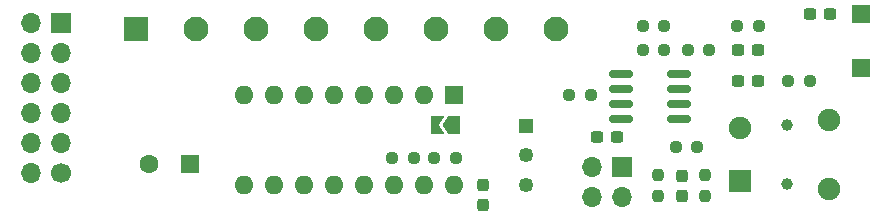
<source format=gbr>
%TF.GenerationSoftware,KiCad,Pcbnew,7.0.5*%
%TF.CreationDate,2024-01-04T17:18:44+09:00*%
%TF.ProjectId,Pmod_ADC,506d6f64-5f41-4444-932e-6b696361645f,rev?*%
%TF.SameCoordinates,Original*%
%TF.FileFunction,Soldermask,Top*%
%TF.FilePolarity,Negative*%
%FSLAX46Y46*%
G04 Gerber Fmt 4.6, Leading zero omitted, Abs format (unit mm)*
G04 Created by KiCad (PCBNEW 7.0.5) date 2024-01-04 17:18:44*
%MOMM*%
%LPD*%
G01*
G04 APERTURE LIST*
G04 Aperture macros list*
%AMRoundRect*
0 Rectangle with rounded corners*
0 $1 Rounding radius*
0 $2 $3 $4 $5 $6 $7 $8 $9 X,Y pos of 4 corners*
0 Add a 4 corners polygon primitive as box body*
4,1,4,$2,$3,$4,$5,$6,$7,$8,$9,$2,$3,0*
0 Add four circle primitives for the rounded corners*
1,1,$1+$1,$2,$3*
1,1,$1+$1,$4,$5*
1,1,$1+$1,$6,$7*
1,1,$1+$1,$8,$9*
0 Add four rect primitives between the rounded corners*
20,1,$1+$1,$2,$3,$4,$5,0*
20,1,$1+$1,$4,$5,$6,$7,0*
20,1,$1+$1,$6,$7,$8,$9,0*
20,1,$1+$1,$8,$9,$2,$3,0*%
%AMFreePoly0*
4,1,6,1.000000,0.000000,0.500000,-0.750000,-0.500000,-0.750000,-0.500000,0.750000,0.500000,0.750000,1.000000,0.000000,1.000000,0.000000,$1*%
%AMFreePoly1*
4,1,6,0.500000,-0.750000,-0.650000,-0.750000,-0.150000,0.000000,-0.650000,0.750000,0.500000,0.750000,0.500000,-0.750000,0.500000,-0.750000,$1*%
G04 Aperture macros list end*
%ADD10R,1.600000X1.600000*%
%ADD11O,1.600000X1.600000*%
%ADD12RoundRect,0.237500X0.237500X-0.300000X0.237500X0.300000X-0.237500X0.300000X-0.237500X-0.300000X0*%
%ADD13RoundRect,0.237500X0.300000X0.237500X-0.300000X0.237500X-0.300000X-0.237500X0.300000X-0.237500X0*%
%ADD14RoundRect,0.237500X0.250000X0.237500X-0.250000X0.237500X-0.250000X-0.237500X0.250000X-0.237500X0*%
%ADD15RoundRect,0.237500X-0.237500X0.250000X-0.237500X-0.250000X0.237500X-0.250000X0.237500X0.250000X0*%
%ADD16R,1.700000X1.700000*%
%ADD17O,1.700000X1.700000*%
%ADD18RoundRect,0.237500X-0.250000X-0.237500X0.250000X-0.237500X0.250000X0.237500X-0.250000X0.237500X0*%
%ADD19R,1.500000X1.500000*%
%ADD20C,1.000000*%
%ADD21R,1.900000X1.900000*%
%ADD22C,1.900000*%
%ADD23FreePoly0,180.000000*%
%ADD24FreePoly1,180.000000*%
%ADD25RoundRect,0.237500X0.237500X-0.250000X0.237500X0.250000X-0.237500X0.250000X-0.237500X-0.250000X0*%
%ADD26RoundRect,0.150000X0.825000X0.150000X-0.825000X0.150000X-0.825000X-0.150000X0.825000X-0.150000X0*%
%ADD27RoundRect,0.237500X-0.300000X-0.237500X0.300000X-0.237500X0.300000X0.237500X-0.300000X0.237500X0*%
%ADD28RoundRect,0.237500X-0.237500X0.300000X-0.237500X-0.300000X0.237500X-0.300000X0.237500X0.300000X0*%
%ADD29R,1.251000X1.251000*%
%ADD30C,1.251000*%
%ADD31C,1.600000*%
%ADD32C,1.700000*%
%ADD33R,2.100000X2.100000*%
%ADD34C,2.100000*%
G04 APERTURE END LIST*
D10*
%TO.C,U1*%
X182611000Y-91450000D03*
D11*
X180071000Y-91450000D03*
X177531000Y-91450000D03*
X174991000Y-91450000D03*
X172451000Y-91450000D03*
X169911000Y-91450000D03*
X167371000Y-91450000D03*
X164831000Y-91450000D03*
X164831000Y-99070000D03*
X167371000Y-99070000D03*
X169911000Y-99070000D03*
X172451000Y-99070000D03*
X174991000Y-99070000D03*
X177531000Y-99070000D03*
X180071000Y-99070000D03*
X182611000Y-99070000D03*
%TD*%
D12*
%TO.C,C4*%
X201879200Y-99973300D03*
X201879200Y-98248300D03*
%TD*%
D13*
%TO.C,C3*%
X208380500Y-90271600D03*
X206655500Y-90271600D03*
%TD*%
%TO.C,C5*%
X214476500Y-84582000D03*
X212751500Y-84582000D03*
%TD*%
D14*
%TO.C,R7*%
X204216000Y-87630000D03*
X202391000Y-87630000D03*
%TD*%
D15*
%TO.C,R5*%
X203860400Y-98198300D03*
X203860400Y-100023300D03*
%TD*%
D16*
%TO.C,J5*%
X196855000Y-97531000D03*
D17*
X196855000Y-100071000D03*
X194315000Y-97531000D03*
X194315000Y-100071000D03*
%TD*%
D18*
%TO.C,R6*%
X198581000Y-87630000D03*
X200406000Y-87630000D03*
%TD*%
D19*
%TO.C,TP1*%
X217043000Y-84582000D03*
%TD*%
D18*
%TO.C,R2*%
X177380500Y-96774000D03*
X179205500Y-96774000D03*
%TD*%
D20*
%TO.C,J2*%
X210820000Y-98980000D03*
X210820000Y-93980000D03*
D21*
X206820000Y-98730000D03*
D22*
X206820000Y-94230000D03*
X214320000Y-99380000D03*
X214320000Y-93580000D03*
%TD*%
D19*
%TO.C,TP2*%
X217043000Y-89154000D03*
%TD*%
D18*
%TO.C,R8*%
X192381500Y-91440000D03*
X194206500Y-91440000D03*
%TD*%
D23*
%TO.C,JP1*%
X182611000Y-93980000D03*
D24*
X181161000Y-93980000D03*
%TD*%
D14*
%TO.C,R4*%
X212748500Y-90271600D03*
X210923500Y-90271600D03*
%TD*%
D25*
%TO.C,R9*%
X199898000Y-100023300D03*
X199898000Y-98198300D03*
%TD*%
D26*
%TO.C,U3*%
X201676000Y-93448500D03*
X201676000Y-92178500D03*
X201676000Y-90908500D03*
X201676000Y-89638500D03*
X196726000Y-89638500D03*
X196726000Y-90908500D03*
X196726000Y-92178500D03*
X196726000Y-93448500D03*
%TD*%
D27*
%TO.C,C6*%
X194717500Y-94996000D03*
X196442500Y-94996000D03*
%TD*%
D28*
%TO.C,C2*%
X185047500Y-99060000D03*
X185047500Y-100785000D03*
%TD*%
D14*
%TO.C,R10*%
X203198100Y-95808800D03*
X201373100Y-95808800D03*
%TD*%
D18*
%TO.C,R11*%
X198581000Y-85598000D03*
X200406000Y-85598000D03*
%TD*%
D29*
%TO.C,RV1*%
X188722000Y-94020000D03*
D30*
X188722000Y-96520000D03*
X188722000Y-99020000D03*
%TD*%
D10*
%TO.C,C1*%
X160284151Y-97282000D03*
D31*
X156784151Y-97282000D03*
%TD*%
D13*
%TO.C,C7*%
X208380500Y-87630000D03*
X206655500Y-87630000D03*
%TD*%
D16*
%TO.C,J1*%
X149352000Y-85344000D03*
D17*
X149352000Y-87884000D03*
X149352000Y-90424000D03*
X149352000Y-92964000D03*
X149352000Y-95504000D03*
D32*
X149352000Y-98044000D03*
D17*
X146812000Y-85344000D03*
X146812000Y-87884000D03*
X146812000Y-90424000D03*
X146812000Y-92964000D03*
X146812000Y-95504000D03*
X146812000Y-98044000D03*
%TD*%
D14*
%TO.C,R12*%
X208430500Y-85598000D03*
X206605500Y-85598000D03*
%TD*%
D18*
%TO.C,R1*%
X180936500Y-96774000D03*
X182761500Y-96774000D03*
%TD*%
D33*
%TO.C,J4*%
X155702000Y-85852000D03*
D34*
X160782000Y-85852000D03*
X165862000Y-85852000D03*
X170942000Y-85852000D03*
X176022000Y-85852000D03*
X181102000Y-85852000D03*
X186182000Y-85852000D03*
X191262000Y-85852000D03*
%TD*%
M02*

</source>
